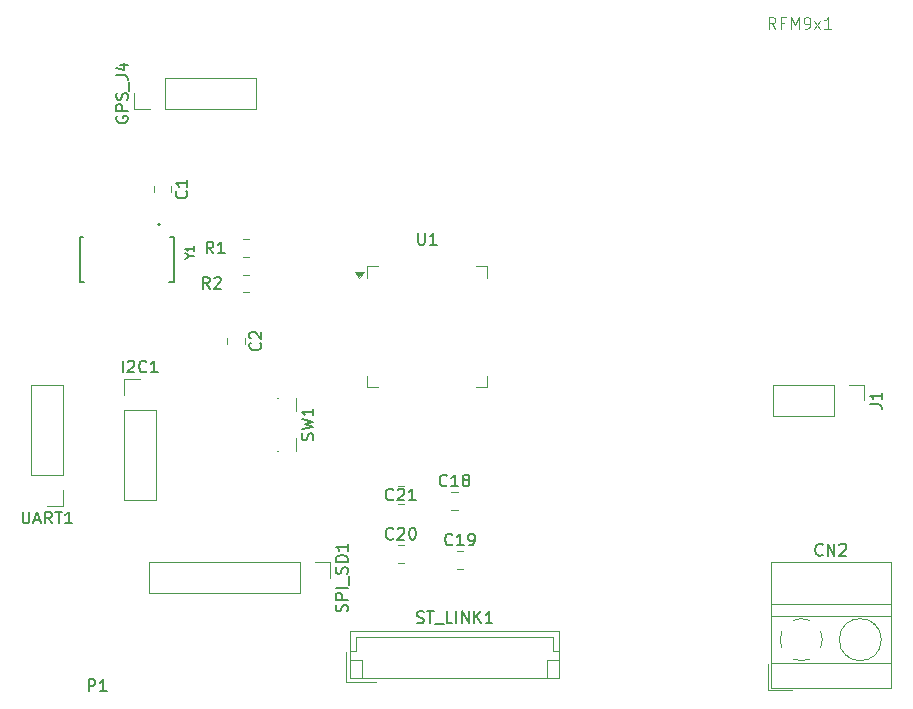
<source format=gbr>
%TF.GenerationSoftware,KiCad,Pcbnew,8.0.8*%
%TF.CreationDate,2025-01-27T11:39:49+01:00*%
%TF.ProjectId,PGE_PCB,5047455f-5043-4422-9e6b-696361645f70,rev?*%
%TF.SameCoordinates,Original*%
%TF.FileFunction,Legend,Top*%
%TF.FilePolarity,Positive*%
%FSLAX46Y46*%
G04 Gerber Fmt 4.6, Leading zero omitted, Abs format (unit mm)*
G04 Created by KiCad (PCBNEW 8.0.8) date 2025-01-27 11:39:49*
%MOMM*%
%LPD*%
G01*
G04 APERTURE LIST*
%ADD10C,0.150000*%
%ADD11C,0.100000*%
%ADD12C,0.120000*%
%ADD13C,0.127000*%
%ADD14C,0.200000*%
G04 APERTURE END LIST*
D10*
X108733333Y-84554819D02*
X108400000Y-84078628D01*
X108161905Y-84554819D02*
X108161905Y-83554819D01*
X108161905Y-83554819D02*
X108542857Y-83554819D01*
X108542857Y-83554819D02*
X108638095Y-83602438D01*
X108638095Y-83602438D02*
X108685714Y-83650057D01*
X108685714Y-83650057D02*
X108733333Y-83745295D01*
X108733333Y-83745295D02*
X108733333Y-83888152D01*
X108733333Y-83888152D02*
X108685714Y-83983390D01*
X108685714Y-83983390D02*
X108638095Y-84031009D01*
X108638095Y-84031009D02*
X108542857Y-84078628D01*
X108542857Y-84078628D02*
X108161905Y-84078628D01*
X109685714Y-84554819D02*
X109114286Y-84554819D01*
X109400000Y-84554819D02*
X109400000Y-83554819D01*
X109400000Y-83554819D02*
X109304762Y-83697676D01*
X109304762Y-83697676D02*
X109209524Y-83792914D01*
X109209524Y-83792914D02*
X109114286Y-83840533D01*
X106439580Y-79266666D02*
X106487200Y-79314285D01*
X106487200Y-79314285D02*
X106534819Y-79457142D01*
X106534819Y-79457142D02*
X106534819Y-79552380D01*
X106534819Y-79552380D02*
X106487200Y-79695237D01*
X106487200Y-79695237D02*
X106391961Y-79790475D01*
X106391961Y-79790475D02*
X106296723Y-79838094D01*
X106296723Y-79838094D02*
X106106247Y-79885713D01*
X106106247Y-79885713D02*
X105963390Y-79885713D01*
X105963390Y-79885713D02*
X105772914Y-79838094D01*
X105772914Y-79838094D02*
X105677676Y-79790475D01*
X105677676Y-79790475D02*
X105582438Y-79695237D01*
X105582438Y-79695237D02*
X105534819Y-79552380D01*
X105534819Y-79552380D02*
X105534819Y-79457142D01*
X105534819Y-79457142D02*
X105582438Y-79314285D01*
X105582438Y-79314285D02*
X105630057Y-79266666D01*
X106534819Y-78314285D02*
X106534819Y-78885713D01*
X106534819Y-78599999D02*
X105534819Y-78599999D01*
X105534819Y-78599999D02*
X105677676Y-78695237D01*
X105677676Y-78695237D02*
X105772914Y-78790475D01*
X105772914Y-78790475D02*
X105820533Y-78885713D01*
X106723916Y-84766123D02*
X107057699Y-84766123D01*
X106356756Y-84999771D02*
X106723916Y-84766123D01*
X106723916Y-84766123D02*
X106356756Y-84532476D01*
X107057699Y-83931668D02*
X107057699Y-84332207D01*
X107057699Y-84131937D02*
X106356756Y-84131937D01*
X106356756Y-84131937D02*
X106456890Y-84198694D01*
X106456890Y-84198694D02*
X106523647Y-84265450D01*
X106523647Y-84265450D02*
X106557025Y-84332207D01*
X123957142Y-105359580D02*
X123909523Y-105407200D01*
X123909523Y-105407200D02*
X123766666Y-105454819D01*
X123766666Y-105454819D02*
X123671428Y-105454819D01*
X123671428Y-105454819D02*
X123528571Y-105407200D01*
X123528571Y-105407200D02*
X123433333Y-105311961D01*
X123433333Y-105311961D02*
X123385714Y-105216723D01*
X123385714Y-105216723D02*
X123338095Y-105026247D01*
X123338095Y-105026247D02*
X123338095Y-104883390D01*
X123338095Y-104883390D02*
X123385714Y-104692914D01*
X123385714Y-104692914D02*
X123433333Y-104597676D01*
X123433333Y-104597676D02*
X123528571Y-104502438D01*
X123528571Y-104502438D02*
X123671428Y-104454819D01*
X123671428Y-104454819D02*
X123766666Y-104454819D01*
X123766666Y-104454819D02*
X123909523Y-104502438D01*
X123909523Y-104502438D02*
X123957142Y-104550057D01*
X124338095Y-104550057D02*
X124385714Y-104502438D01*
X124385714Y-104502438D02*
X124480952Y-104454819D01*
X124480952Y-104454819D02*
X124719047Y-104454819D01*
X124719047Y-104454819D02*
X124814285Y-104502438D01*
X124814285Y-104502438D02*
X124861904Y-104550057D01*
X124861904Y-104550057D02*
X124909523Y-104645295D01*
X124909523Y-104645295D02*
X124909523Y-104740533D01*
X124909523Y-104740533D02*
X124861904Y-104883390D01*
X124861904Y-104883390D02*
X124290476Y-105454819D01*
X124290476Y-105454819D02*
X124909523Y-105454819D01*
X125861904Y-105454819D02*
X125290476Y-105454819D01*
X125576190Y-105454819D02*
X125576190Y-104454819D01*
X125576190Y-104454819D02*
X125480952Y-104597676D01*
X125480952Y-104597676D02*
X125385714Y-104692914D01*
X125385714Y-104692914D02*
X125290476Y-104740533D01*
X108408333Y-87554819D02*
X108075000Y-87078628D01*
X107836905Y-87554819D02*
X107836905Y-86554819D01*
X107836905Y-86554819D02*
X108217857Y-86554819D01*
X108217857Y-86554819D02*
X108313095Y-86602438D01*
X108313095Y-86602438D02*
X108360714Y-86650057D01*
X108360714Y-86650057D02*
X108408333Y-86745295D01*
X108408333Y-86745295D02*
X108408333Y-86888152D01*
X108408333Y-86888152D02*
X108360714Y-86983390D01*
X108360714Y-86983390D02*
X108313095Y-87031009D01*
X108313095Y-87031009D02*
X108217857Y-87078628D01*
X108217857Y-87078628D02*
X107836905Y-87078628D01*
X108789286Y-86650057D02*
X108836905Y-86602438D01*
X108836905Y-86602438D02*
X108932143Y-86554819D01*
X108932143Y-86554819D02*
X109170238Y-86554819D01*
X109170238Y-86554819D02*
X109265476Y-86602438D01*
X109265476Y-86602438D02*
X109313095Y-86650057D01*
X109313095Y-86650057D02*
X109360714Y-86745295D01*
X109360714Y-86745295D02*
X109360714Y-86840533D01*
X109360714Y-86840533D02*
X109313095Y-86983390D01*
X109313095Y-86983390D02*
X108741667Y-87554819D01*
X108741667Y-87554819D02*
X109360714Y-87554819D01*
X128507142Y-104179580D02*
X128459523Y-104227200D01*
X128459523Y-104227200D02*
X128316666Y-104274819D01*
X128316666Y-104274819D02*
X128221428Y-104274819D01*
X128221428Y-104274819D02*
X128078571Y-104227200D01*
X128078571Y-104227200D02*
X127983333Y-104131961D01*
X127983333Y-104131961D02*
X127935714Y-104036723D01*
X127935714Y-104036723D02*
X127888095Y-103846247D01*
X127888095Y-103846247D02*
X127888095Y-103703390D01*
X127888095Y-103703390D02*
X127935714Y-103512914D01*
X127935714Y-103512914D02*
X127983333Y-103417676D01*
X127983333Y-103417676D02*
X128078571Y-103322438D01*
X128078571Y-103322438D02*
X128221428Y-103274819D01*
X128221428Y-103274819D02*
X128316666Y-103274819D01*
X128316666Y-103274819D02*
X128459523Y-103322438D01*
X128459523Y-103322438D02*
X128507142Y-103370057D01*
X129459523Y-104274819D02*
X128888095Y-104274819D01*
X129173809Y-104274819D02*
X129173809Y-103274819D01*
X129173809Y-103274819D02*
X129078571Y-103417676D01*
X129078571Y-103417676D02*
X128983333Y-103512914D01*
X128983333Y-103512914D02*
X128888095Y-103560533D01*
X130030952Y-103703390D02*
X129935714Y-103655771D01*
X129935714Y-103655771D02*
X129888095Y-103608152D01*
X129888095Y-103608152D02*
X129840476Y-103512914D01*
X129840476Y-103512914D02*
X129840476Y-103465295D01*
X129840476Y-103465295D02*
X129888095Y-103370057D01*
X129888095Y-103370057D02*
X129935714Y-103322438D01*
X129935714Y-103322438D02*
X130030952Y-103274819D01*
X130030952Y-103274819D02*
X130221428Y-103274819D01*
X130221428Y-103274819D02*
X130316666Y-103322438D01*
X130316666Y-103322438D02*
X130364285Y-103370057D01*
X130364285Y-103370057D02*
X130411904Y-103465295D01*
X130411904Y-103465295D02*
X130411904Y-103512914D01*
X130411904Y-103512914D02*
X130364285Y-103608152D01*
X130364285Y-103608152D02*
X130316666Y-103655771D01*
X130316666Y-103655771D02*
X130221428Y-103703390D01*
X130221428Y-103703390D02*
X130030952Y-103703390D01*
X130030952Y-103703390D02*
X129935714Y-103751009D01*
X129935714Y-103751009D02*
X129888095Y-103798628D01*
X129888095Y-103798628D02*
X129840476Y-103893866D01*
X129840476Y-103893866D02*
X129840476Y-104084342D01*
X129840476Y-104084342D02*
X129888095Y-104179580D01*
X129888095Y-104179580D02*
X129935714Y-104227200D01*
X129935714Y-104227200D02*
X130030952Y-104274819D01*
X130030952Y-104274819D02*
X130221428Y-104274819D01*
X130221428Y-104274819D02*
X130316666Y-104227200D01*
X130316666Y-104227200D02*
X130364285Y-104179580D01*
X130364285Y-104179580D02*
X130411904Y-104084342D01*
X130411904Y-104084342D02*
X130411904Y-103893866D01*
X130411904Y-103893866D02*
X130364285Y-103798628D01*
X130364285Y-103798628D02*
X130316666Y-103751009D01*
X130316666Y-103751009D02*
X130221428Y-103703390D01*
X125959524Y-115807200D02*
X126102381Y-115854819D01*
X126102381Y-115854819D02*
X126340476Y-115854819D01*
X126340476Y-115854819D02*
X126435714Y-115807200D01*
X126435714Y-115807200D02*
X126483333Y-115759580D01*
X126483333Y-115759580D02*
X126530952Y-115664342D01*
X126530952Y-115664342D02*
X126530952Y-115569104D01*
X126530952Y-115569104D02*
X126483333Y-115473866D01*
X126483333Y-115473866D02*
X126435714Y-115426247D01*
X126435714Y-115426247D02*
X126340476Y-115378628D01*
X126340476Y-115378628D02*
X126150000Y-115331009D01*
X126150000Y-115331009D02*
X126054762Y-115283390D01*
X126054762Y-115283390D02*
X126007143Y-115235771D01*
X126007143Y-115235771D02*
X125959524Y-115140533D01*
X125959524Y-115140533D02*
X125959524Y-115045295D01*
X125959524Y-115045295D02*
X126007143Y-114950057D01*
X126007143Y-114950057D02*
X126054762Y-114902438D01*
X126054762Y-114902438D02*
X126150000Y-114854819D01*
X126150000Y-114854819D02*
X126388095Y-114854819D01*
X126388095Y-114854819D02*
X126530952Y-114902438D01*
X126816667Y-114854819D02*
X127388095Y-114854819D01*
X127102381Y-115854819D02*
X127102381Y-114854819D01*
X127483334Y-115950057D02*
X128245238Y-115950057D01*
X128959524Y-115854819D02*
X128483334Y-115854819D01*
X128483334Y-115854819D02*
X128483334Y-114854819D01*
X129292858Y-115854819D02*
X129292858Y-114854819D01*
X129769048Y-115854819D02*
X129769048Y-114854819D01*
X129769048Y-114854819D02*
X130340476Y-115854819D01*
X130340476Y-115854819D02*
X130340476Y-114854819D01*
X130816667Y-115854819D02*
X130816667Y-114854819D01*
X131388095Y-115854819D02*
X130959524Y-115283390D01*
X131388095Y-114854819D02*
X130816667Y-115426247D01*
X132340476Y-115854819D02*
X131769048Y-115854819D01*
X132054762Y-115854819D02*
X132054762Y-114854819D01*
X132054762Y-114854819D02*
X131959524Y-114997676D01*
X131959524Y-114997676D02*
X131864286Y-115092914D01*
X131864286Y-115092914D02*
X131769048Y-115140533D01*
X128957142Y-109179580D02*
X128909523Y-109227200D01*
X128909523Y-109227200D02*
X128766666Y-109274819D01*
X128766666Y-109274819D02*
X128671428Y-109274819D01*
X128671428Y-109274819D02*
X128528571Y-109227200D01*
X128528571Y-109227200D02*
X128433333Y-109131961D01*
X128433333Y-109131961D02*
X128385714Y-109036723D01*
X128385714Y-109036723D02*
X128338095Y-108846247D01*
X128338095Y-108846247D02*
X128338095Y-108703390D01*
X128338095Y-108703390D02*
X128385714Y-108512914D01*
X128385714Y-108512914D02*
X128433333Y-108417676D01*
X128433333Y-108417676D02*
X128528571Y-108322438D01*
X128528571Y-108322438D02*
X128671428Y-108274819D01*
X128671428Y-108274819D02*
X128766666Y-108274819D01*
X128766666Y-108274819D02*
X128909523Y-108322438D01*
X128909523Y-108322438D02*
X128957142Y-108370057D01*
X129909523Y-109274819D02*
X129338095Y-109274819D01*
X129623809Y-109274819D02*
X129623809Y-108274819D01*
X129623809Y-108274819D02*
X129528571Y-108417676D01*
X129528571Y-108417676D02*
X129433333Y-108512914D01*
X129433333Y-108512914D02*
X129338095Y-108560533D01*
X130385714Y-109274819D02*
X130576190Y-109274819D01*
X130576190Y-109274819D02*
X130671428Y-109227200D01*
X130671428Y-109227200D02*
X130719047Y-109179580D01*
X130719047Y-109179580D02*
X130814285Y-109036723D01*
X130814285Y-109036723D02*
X130861904Y-108846247D01*
X130861904Y-108846247D02*
X130861904Y-108465295D01*
X130861904Y-108465295D02*
X130814285Y-108370057D01*
X130814285Y-108370057D02*
X130766666Y-108322438D01*
X130766666Y-108322438D02*
X130671428Y-108274819D01*
X130671428Y-108274819D02*
X130480952Y-108274819D01*
X130480952Y-108274819D02*
X130385714Y-108322438D01*
X130385714Y-108322438D02*
X130338095Y-108370057D01*
X130338095Y-108370057D02*
X130290476Y-108465295D01*
X130290476Y-108465295D02*
X130290476Y-108703390D01*
X130290476Y-108703390D02*
X130338095Y-108798628D01*
X130338095Y-108798628D02*
X130385714Y-108846247D01*
X130385714Y-108846247D02*
X130480952Y-108893866D01*
X130480952Y-108893866D02*
X130671428Y-108893866D01*
X130671428Y-108893866D02*
X130766666Y-108846247D01*
X130766666Y-108846247D02*
X130814285Y-108798628D01*
X130814285Y-108798628D02*
X130861904Y-108703390D01*
X100552438Y-72952381D02*
X100504819Y-73047619D01*
X100504819Y-73047619D02*
X100504819Y-73190476D01*
X100504819Y-73190476D02*
X100552438Y-73333333D01*
X100552438Y-73333333D02*
X100647676Y-73428571D01*
X100647676Y-73428571D02*
X100742914Y-73476190D01*
X100742914Y-73476190D02*
X100933390Y-73523809D01*
X100933390Y-73523809D02*
X101076247Y-73523809D01*
X101076247Y-73523809D02*
X101266723Y-73476190D01*
X101266723Y-73476190D02*
X101361961Y-73428571D01*
X101361961Y-73428571D02*
X101457200Y-73333333D01*
X101457200Y-73333333D02*
X101504819Y-73190476D01*
X101504819Y-73190476D02*
X101504819Y-73095238D01*
X101504819Y-73095238D02*
X101457200Y-72952381D01*
X101457200Y-72952381D02*
X101409580Y-72904762D01*
X101409580Y-72904762D02*
X101076247Y-72904762D01*
X101076247Y-72904762D02*
X101076247Y-73095238D01*
X101504819Y-72476190D02*
X100504819Y-72476190D01*
X100504819Y-72476190D02*
X100504819Y-72095238D01*
X100504819Y-72095238D02*
X100552438Y-72000000D01*
X100552438Y-72000000D02*
X100600057Y-71952381D01*
X100600057Y-71952381D02*
X100695295Y-71904762D01*
X100695295Y-71904762D02*
X100838152Y-71904762D01*
X100838152Y-71904762D02*
X100933390Y-71952381D01*
X100933390Y-71952381D02*
X100981009Y-72000000D01*
X100981009Y-72000000D02*
X101028628Y-72095238D01*
X101028628Y-72095238D02*
X101028628Y-72476190D01*
X101457200Y-71523809D02*
X101504819Y-71380952D01*
X101504819Y-71380952D02*
X101504819Y-71142857D01*
X101504819Y-71142857D02*
X101457200Y-71047619D01*
X101457200Y-71047619D02*
X101409580Y-71000000D01*
X101409580Y-71000000D02*
X101314342Y-70952381D01*
X101314342Y-70952381D02*
X101219104Y-70952381D01*
X101219104Y-70952381D02*
X101123866Y-71000000D01*
X101123866Y-71000000D02*
X101076247Y-71047619D01*
X101076247Y-71047619D02*
X101028628Y-71142857D01*
X101028628Y-71142857D02*
X100981009Y-71333333D01*
X100981009Y-71333333D02*
X100933390Y-71428571D01*
X100933390Y-71428571D02*
X100885771Y-71476190D01*
X100885771Y-71476190D02*
X100790533Y-71523809D01*
X100790533Y-71523809D02*
X100695295Y-71523809D01*
X100695295Y-71523809D02*
X100600057Y-71476190D01*
X100600057Y-71476190D02*
X100552438Y-71428571D01*
X100552438Y-71428571D02*
X100504819Y-71333333D01*
X100504819Y-71333333D02*
X100504819Y-71095238D01*
X100504819Y-71095238D02*
X100552438Y-70952381D01*
X101600057Y-70761905D02*
X101600057Y-70000000D01*
X100504819Y-69476190D02*
X101219104Y-69476190D01*
X101219104Y-69476190D02*
X101361961Y-69523809D01*
X101361961Y-69523809D02*
X101457200Y-69619047D01*
X101457200Y-69619047D02*
X101504819Y-69761904D01*
X101504819Y-69761904D02*
X101504819Y-69857142D01*
X100838152Y-68571428D02*
X101504819Y-68571428D01*
X100457200Y-68809523D02*
X101171485Y-69047618D01*
X101171485Y-69047618D02*
X101171485Y-68428571D01*
D11*
X156317838Y-65527529D02*
X155984505Y-65051338D01*
X155746410Y-65527529D02*
X155746410Y-64527529D01*
X155746410Y-64527529D02*
X156127362Y-64527529D01*
X156127362Y-64527529D02*
X156222600Y-64575148D01*
X156222600Y-64575148D02*
X156270219Y-64622767D01*
X156270219Y-64622767D02*
X156317838Y-64718005D01*
X156317838Y-64718005D02*
X156317838Y-64860862D01*
X156317838Y-64860862D02*
X156270219Y-64956100D01*
X156270219Y-64956100D02*
X156222600Y-65003719D01*
X156222600Y-65003719D02*
X156127362Y-65051338D01*
X156127362Y-65051338D02*
X155746410Y-65051338D01*
X157079743Y-65003719D02*
X156746410Y-65003719D01*
X156746410Y-65527529D02*
X156746410Y-64527529D01*
X156746410Y-64527529D02*
X157222600Y-64527529D01*
X157603553Y-65527529D02*
X157603553Y-64527529D01*
X157603553Y-64527529D02*
X157936886Y-65241814D01*
X157936886Y-65241814D02*
X158270219Y-64527529D01*
X158270219Y-64527529D02*
X158270219Y-65527529D01*
X158794029Y-65527529D02*
X158984505Y-65527529D01*
X158984505Y-65527529D02*
X159079743Y-65479910D01*
X159079743Y-65479910D02*
X159127362Y-65432290D01*
X159127362Y-65432290D02*
X159222600Y-65289433D01*
X159222600Y-65289433D02*
X159270219Y-65098957D01*
X159270219Y-65098957D02*
X159270219Y-64718005D01*
X159270219Y-64718005D02*
X159222600Y-64622767D01*
X159222600Y-64622767D02*
X159174981Y-64575148D01*
X159174981Y-64575148D02*
X159079743Y-64527529D01*
X159079743Y-64527529D02*
X158889267Y-64527529D01*
X158889267Y-64527529D02*
X158794029Y-64575148D01*
X158794029Y-64575148D02*
X158746410Y-64622767D01*
X158746410Y-64622767D02*
X158698791Y-64718005D01*
X158698791Y-64718005D02*
X158698791Y-64956100D01*
X158698791Y-64956100D02*
X158746410Y-65051338D01*
X158746410Y-65051338D02*
X158794029Y-65098957D01*
X158794029Y-65098957D02*
X158889267Y-65146576D01*
X158889267Y-65146576D02*
X159079743Y-65146576D01*
X159079743Y-65146576D02*
X159174981Y-65098957D01*
X159174981Y-65098957D02*
X159222600Y-65051338D01*
X159222600Y-65051338D02*
X159270219Y-64956100D01*
X159603553Y-65527529D02*
X160127362Y-64860862D01*
X159603553Y-64860862D02*
X160127362Y-65527529D01*
X161032124Y-65527529D02*
X160460696Y-65527529D01*
X160746410Y-65527529D02*
X160746410Y-64527529D01*
X160746410Y-64527529D02*
X160651172Y-64670386D01*
X160651172Y-64670386D02*
X160555934Y-64765624D01*
X160555934Y-64765624D02*
X160460696Y-64813243D01*
D10*
X112689580Y-92116666D02*
X112737200Y-92164285D01*
X112737200Y-92164285D02*
X112784819Y-92307142D01*
X112784819Y-92307142D02*
X112784819Y-92402380D01*
X112784819Y-92402380D02*
X112737200Y-92545237D01*
X112737200Y-92545237D02*
X112641961Y-92640475D01*
X112641961Y-92640475D02*
X112546723Y-92688094D01*
X112546723Y-92688094D02*
X112356247Y-92735713D01*
X112356247Y-92735713D02*
X112213390Y-92735713D01*
X112213390Y-92735713D02*
X112022914Y-92688094D01*
X112022914Y-92688094D02*
X111927676Y-92640475D01*
X111927676Y-92640475D02*
X111832438Y-92545237D01*
X111832438Y-92545237D02*
X111784819Y-92402380D01*
X111784819Y-92402380D02*
X111784819Y-92307142D01*
X111784819Y-92307142D02*
X111832438Y-92164285D01*
X111832438Y-92164285D02*
X111880057Y-92116666D01*
X111880057Y-91735713D02*
X111832438Y-91688094D01*
X111832438Y-91688094D02*
X111784819Y-91592856D01*
X111784819Y-91592856D02*
X111784819Y-91354761D01*
X111784819Y-91354761D02*
X111832438Y-91259523D01*
X111832438Y-91259523D02*
X111880057Y-91211904D01*
X111880057Y-91211904D02*
X111975295Y-91164285D01*
X111975295Y-91164285D02*
X112070533Y-91164285D01*
X112070533Y-91164285D02*
X112213390Y-91211904D01*
X112213390Y-91211904D02*
X112784819Y-91783332D01*
X112784819Y-91783332D02*
X112784819Y-91164285D01*
X123957142Y-108679580D02*
X123909523Y-108727200D01*
X123909523Y-108727200D02*
X123766666Y-108774819D01*
X123766666Y-108774819D02*
X123671428Y-108774819D01*
X123671428Y-108774819D02*
X123528571Y-108727200D01*
X123528571Y-108727200D02*
X123433333Y-108631961D01*
X123433333Y-108631961D02*
X123385714Y-108536723D01*
X123385714Y-108536723D02*
X123338095Y-108346247D01*
X123338095Y-108346247D02*
X123338095Y-108203390D01*
X123338095Y-108203390D02*
X123385714Y-108012914D01*
X123385714Y-108012914D02*
X123433333Y-107917676D01*
X123433333Y-107917676D02*
X123528571Y-107822438D01*
X123528571Y-107822438D02*
X123671428Y-107774819D01*
X123671428Y-107774819D02*
X123766666Y-107774819D01*
X123766666Y-107774819D02*
X123909523Y-107822438D01*
X123909523Y-107822438D02*
X123957142Y-107870057D01*
X124338095Y-107870057D02*
X124385714Y-107822438D01*
X124385714Y-107822438D02*
X124480952Y-107774819D01*
X124480952Y-107774819D02*
X124719047Y-107774819D01*
X124719047Y-107774819D02*
X124814285Y-107822438D01*
X124814285Y-107822438D02*
X124861904Y-107870057D01*
X124861904Y-107870057D02*
X124909523Y-107965295D01*
X124909523Y-107965295D02*
X124909523Y-108060533D01*
X124909523Y-108060533D02*
X124861904Y-108203390D01*
X124861904Y-108203390D02*
X124290476Y-108774819D01*
X124290476Y-108774819D02*
X124909523Y-108774819D01*
X125528571Y-107774819D02*
X125623809Y-107774819D01*
X125623809Y-107774819D02*
X125719047Y-107822438D01*
X125719047Y-107822438D02*
X125766666Y-107870057D01*
X125766666Y-107870057D02*
X125814285Y-107965295D01*
X125814285Y-107965295D02*
X125861904Y-108155771D01*
X125861904Y-108155771D02*
X125861904Y-108393866D01*
X125861904Y-108393866D02*
X125814285Y-108584342D01*
X125814285Y-108584342D02*
X125766666Y-108679580D01*
X125766666Y-108679580D02*
X125719047Y-108727200D01*
X125719047Y-108727200D02*
X125623809Y-108774819D01*
X125623809Y-108774819D02*
X125528571Y-108774819D01*
X125528571Y-108774819D02*
X125433333Y-108727200D01*
X125433333Y-108727200D02*
X125385714Y-108679580D01*
X125385714Y-108679580D02*
X125338095Y-108584342D01*
X125338095Y-108584342D02*
X125290476Y-108393866D01*
X125290476Y-108393866D02*
X125290476Y-108155771D01*
X125290476Y-108155771D02*
X125338095Y-107965295D01*
X125338095Y-107965295D02*
X125385714Y-107870057D01*
X125385714Y-107870057D02*
X125433333Y-107822438D01*
X125433333Y-107822438D02*
X125528571Y-107774819D01*
X164309819Y-97333333D02*
X165024104Y-97333333D01*
X165024104Y-97333333D02*
X165166961Y-97380952D01*
X165166961Y-97380952D02*
X165262200Y-97476190D01*
X165262200Y-97476190D02*
X165309819Y-97619047D01*
X165309819Y-97619047D02*
X165309819Y-97714285D01*
X165309819Y-96333333D02*
X165309819Y-96904761D01*
X165309819Y-96619047D02*
X164309819Y-96619047D01*
X164309819Y-96619047D02*
X164452676Y-96714285D01*
X164452676Y-96714285D02*
X164547914Y-96809523D01*
X164547914Y-96809523D02*
X164595533Y-96904761D01*
X120047200Y-114857142D02*
X120094819Y-114714285D01*
X120094819Y-114714285D02*
X120094819Y-114476190D01*
X120094819Y-114476190D02*
X120047200Y-114380952D01*
X120047200Y-114380952D02*
X119999580Y-114333333D01*
X119999580Y-114333333D02*
X119904342Y-114285714D01*
X119904342Y-114285714D02*
X119809104Y-114285714D01*
X119809104Y-114285714D02*
X119713866Y-114333333D01*
X119713866Y-114333333D02*
X119666247Y-114380952D01*
X119666247Y-114380952D02*
X119618628Y-114476190D01*
X119618628Y-114476190D02*
X119571009Y-114666666D01*
X119571009Y-114666666D02*
X119523390Y-114761904D01*
X119523390Y-114761904D02*
X119475771Y-114809523D01*
X119475771Y-114809523D02*
X119380533Y-114857142D01*
X119380533Y-114857142D02*
X119285295Y-114857142D01*
X119285295Y-114857142D02*
X119190057Y-114809523D01*
X119190057Y-114809523D02*
X119142438Y-114761904D01*
X119142438Y-114761904D02*
X119094819Y-114666666D01*
X119094819Y-114666666D02*
X119094819Y-114428571D01*
X119094819Y-114428571D02*
X119142438Y-114285714D01*
X120094819Y-113857142D02*
X119094819Y-113857142D01*
X119094819Y-113857142D02*
X119094819Y-113476190D01*
X119094819Y-113476190D02*
X119142438Y-113380952D01*
X119142438Y-113380952D02*
X119190057Y-113333333D01*
X119190057Y-113333333D02*
X119285295Y-113285714D01*
X119285295Y-113285714D02*
X119428152Y-113285714D01*
X119428152Y-113285714D02*
X119523390Y-113333333D01*
X119523390Y-113333333D02*
X119571009Y-113380952D01*
X119571009Y-113380952D02*
X119618628Y-113476190D01*
X119618628Y-113476190D02*
X119618628Y-113857142D01*
X120094819Y-112857142D02*
X119094819Y-112857142D01*
X120190057Y-112619048D02*
X120190057Y-111857143D01*
X120047200Y-111666666D02*
X120094819Y-111523809D01*
X120094819Y-111523809D02*
X120094819Y-111285714D01*
X120094819Y-111285714D02*
X120047200Y-111190476D01*
X120047200Y-111190476D02*
X119999580Y-111142857D01*
X119999580Y-111142857D02*
X119904342Y-111095238D01*
X119904342Y-111095238D02*
X119809104Y-111095238D01*
X119809104Y-111095238D02*
X119713866Y-111142857D01*
X119713866Y-111142857D02*
X119666247Y-111190476D01*
X119666247Y-111190476D02*
X119618628Y-111285714D01*
X119618628Y-111285714D02*
X119571009Y-111476190D01*
X119571009Y-111476190D02*
X119523390Y-111571428D01*
X119523390Y-111571428D02*
X119475771Y-111619047D01*
X119475771Y-111619047D02*
X119380533Y-111666666D01*
X119380533Y-111666666D02*
X119285295Y-111666666D01*
X119285295Y-111666666D02*
X119190057Y-111619047D01*
X119190057Y-111619047D02*
X119142438Y-111571428D01*
X119142438Y-111571428D02*
X119094819Y-111476190D01*
X119094819Y-111476190D02*
X119094819Y-111238095D01*
X119094819Y-111238095D02*
X119142438Y-111095238D01*
X120094819Y-110666666D02*
X119094819Y-110666666D01*
X119094819Y-110666666D02*
X119094819Y-110428571D01*
X119094819Y-110428571D02*
X119142438Y-110285714D01*
X119142438Y-110285714D02*
X119237676Y-110190476D01*
X119237676Y-110190476D02*
X119332914Y-110142857D01*
X119332914Y-110142857D02*
X119523390Y-110095238D01*
X119523390Y-110095238D02*
X119666247Y-110095238D01*
X119666247Y-110095238D02*
X119856723Y-110142857D01*
X119856723Y-110142857D02*
X119951961Y-110190476D01*
X119951961Y-110190476D02*
X120047200Y-110285714D01*
X120047200Y-110285714D02*
X120094819Y-110428571D01*
X120094819Y-110428571D02*
X120094819Y-110666666D01*
X120094819Y-109142857D02*
X120094819Y-109714285D01*
X120094819Y-109428571D02*
X119094819Y-109428571D01*
X119094819Y-109428571D02*
X119237676Y-109523809D01*
X119237676Y-109523809D02*
X119332914Y-109619047D01*
X119332914Y-109619047D02*
X119380533Y-109714285D01*
X98161905Y-121614819D02*
X98161905Y-120614819D01*
X98161905Y-120614819D02*
X98542857Y-120614819D01*
X98542857Y-120614819D02*
X98638095Y-120662438D01*
X98638095Y-120662438D02*
X98685714Y-120710057D01*
X98685714Y-120710057D02*
X98733333Y-120805295D01*
X98733333Y-120805295D02*
X98733333Y-120948152D01*
X98733333Y-120948152D02*
X98685714Y-121043390D01*
X98685714Y-121043390D02*
X98638095Y-121091009D01*
X98638095Y-121091009D02*
X98542857Y-121138628D01*
X98542857Y-121138628D02*
X98161905Y-121138628D01*
X99685714Y-121614819D02*
X99114286Y-121614819D01*
X99400000Y-121614819D02*
X99400000Y-120614819D01*
X99400000Y-120614819D02*
X99304762Y-120757676D01*
X99304762Y-120757676D02*
X99209524Y-120852914D01*
X99209524Y-120852914D02*
X99114286Y-120900533D01*
X117157200Y-100358332D02*
X117204819Y-100215475D01*
X117204819Y-100215475D02*
X117204819Y-99977380D01*
X117204819Y-99977380D02*
X117157200Y-99882142D01*
X117157200Y-99882142D02*
X117109580Y-99834523D01*
X117109580Y-99834523D02*
X117014342Y-99786904D01*
X117014342Y-99786904D02*
X116919104Y-99786904D01*
X116919104Y-99786904D02*
X116823866Y-99834523D01*
X116823866Y-99834523D02*
X116776247Y-99882142D01*
X116776247Y-99882142D02*
X116728628Y-99977380D01*
X116728628Y-99977380D02*
X116681009Y-100167856D01*
X116681009Y-100167856D02*
X116633390Y-100263094D01*
X116633390Y-100263094D02*
X116585771Y-100310713D01*
X116585771Y-100310713D02*
X116490533Y-100358332D01*
X116490533Y-100358332D02*
X116395295Y-100358332D01*
X116395295Y-100358332D02*
X116300057Y-100310713D01*
X116300057Y-100310713D02*
X116252438Y-100263094D01*
X116252438Y-100263094D02*
X116204819Y-100167856D01*
X116204819Y-100167856D02*
X116204819Y-99929761D01*
X116204819Y-99929761D02*
X116252438Y-99786904D01*
X116204819Y-99453570D02*
X117204819Y-99215475D01*
X117204819Y-99215475D02*
X116490533Y-99024999D01*
X116490533Y-99024999D02*
X117204819Y-98834523D01*
X117204819Y-98834523D02*
X116204819Y-98596428D01*
X117204819Y-97691666D02*
X117204819Y-98263094D01*
X117204819Y-97977380D02*
X116204819Y-97977380D01*
X116204819Y-97977380D02*
X116347676Y-98072618D01*
X116347676Y-98072618D02*
X116442914Y-98167856D01*
X116442914Y-98167856D02*
X116490533Y-98263094D01*
X160309523Y-110049580D02*
X160261904Y-110097200D01*
X160261904Y-110097200D02*
X160119047Y-110144819D01*
X160119047Y-110144819D02*
X160023809Y-110144819D01*
X160023809Y-110144819D02*
X159880952Y-110097200D01*
X159880952Y-110097200D02*
X159785714Y-110001961D01*
X159785714Y-110001961D02*
X159738095Y-109906723D01*
X159738095Y-109906723D02*
X159690476Y-109716247D01*
X159690476Y-109716247D02*
X159690476Y-109573390D01*
X159690476Y-109573390D02*
X159738095Y-109382914D01*
X159738095Y-109382914D02*
X159785714Y-109287676D01*
X159785714Y-109287676D02*
X159880952Y-109192438D01*
X159880952Y-109192438D02*
X160023809Y-109144819D01*
X160023809Y-109144819D02*
X160119047Y-109144819D01*
X160119047Y-109144819D02*
X160261904Y-109192438D01*
X160261904Y-109192438D02*
X160309523Y-109240057D01*
X160738095Y-110144819D02*
X160738095Y-109144819D01*
X160738095Y-109144819D02*
X161309523Y-110144819D01*
X161309523Y-110144819D02*
X161309523Y-109144819D01*
X161738095Y-109240057D02*
X161785714Y-109192438D01*
X161785714Y-109192438D02*
X161880952Y-109144819D01*
X161880952Y-109144819D02*
X162119047Y-109144819D01*
X162119047Y-109144819D02*
X162214285Y-109192438D01*
X162214285Y-109192438D02*
X162261904Y-109240057D01*
X162261904Y-109240057D02*
X162309523Y-109335295D01*
X162309523Y-109335295D02*
X162309523Y-109430533D01*
X162309523Y-109430533D02*
X162261904Y-109573390D01*
X162261904Y-109573390D02*
X161690476Y-110144819D01*
X161690476Y-110144819D02*
X162309523Y-110144819D01*
X126063095Y-82804819D02*
X126063095Y-83614342D01*
X126063095Y-83614342D02*
X126110714Y-83709580D01*
X126110714Y-83709580D02*
X126158333Y-83757200D01*
X126158333Y-83757200D02*
X126253571Y-83804819D01*
X126253571Y-83804819D02*
X126444047Y-83804819D01*
X126444047Y-83804819D02*
X126539285Y-83757200D01*
X126539285Y-83757200D02*
X126586904Y-83709580D01*
X126586904Y-83709580D02*
X126634523Y-83614342D01*
X126634523Y-83614342D02*
X126634523Y-82804819D01*
X127634523Y-83804819D02*
X127063095Y-83804819D01*
X127348809Y-83804819D02*
X127348809Y-82804819D01*
X127348809Y-82804819D02*
X127253571Y-82947676D01*
X127253571Y-82947676D02*
X127158333Y-83042914D01*
X127158333Y-83042914D02*
X127063095Y-83090533D01*
X92578571Y-106404819D02*
X92578571Y-107214342D01*
X92578571Y-107214342D02*
X92626190Y-107309580D01*
X92626190Y-107309580D02*
X92673809Y-107357200D01*
X92673809Y-107357200D02*
X92769047Y-107404819D01*
X92769047Y-107404819D02*
X92959523Y-107404819D01*
X92959523Y-107404819D02*
X93054761Y-107357200D01*
X93054761Y-107357200D02*
X93102380Y-107309580D01*
X93102380Y-107309580D02*
X93149999Y-107214342D01*
X93149999Y-107214342D02*
X93149999Y-106404819D01*
X93578571Y-107119104D02*
X94054761Y-107119104D01*
X93483333Y-107404819D02*
X93816666Y-106404819D01*
X93816666Y-106404819D02*
X94149999Y-107404819D01*
X95054761Y-107404819D02*
X94721428Y-106928628D01*
X94483333Y-107404819D02*
X94483333Y-106404819D01*
X94483333Y-106404819D02*
X94864285Y-106404819D01*
X94864285Y-106404819D02*
X94959523Y-106452438D01*
X94959523Y-106452438D02*
X95007142Y-106500057D01*
X95007142Y-106500057D02*
X95054761Y-106595295D01*
X95054761Y-106595295D02*
X95054761Y-106738152D01*
X95054761Y-106738152D02*
X95007142Y-106833390D01*
X95007142Y-106833390D02*
X94959523Y-106881009D01*
X94959523Y-106881009D02*
X94864285Y-106928628D01*
X94864285Y-106928628D02*
X94483333Y-106928628D01*
X95340476Y-106404819D02*
X95911904Y-106404819D01*
X95626190Y-107404819D02*
X95626190Y-106404819D01*
X96769047Y-107404819D02*
X96197619Y-107404819D01*
X96483333Y-107404819D02*
X96483333Y-106404819D01*
X96483333Y-106404819D02*
X96388095Y-106547676D01*
X96388095Y-106547676D02*
X96292857Y-106642914D01*
X96292857Y-106642914D02*
X96197619Y-106690533D01*
X101047619Y-94624819D02*
X101047619Y-93624819D01*
X101476190Y-93720057D02*
X101523809Y-93672438D01*
X101523809Y-93672438D02*
X101619047Y-93624819D01*
X101619047Y-93624819D02*
X101857142Y-93624819D01*
X101857142Y-93624819D02*
X101952380Y-93672438D01*
X101952380Y-93672438D02*
X101999999Y-93720057D01*
X101999999Y-93720057D02*
X102047618Y-93815295D01*
X102047618Y-93815295D02*
X102047618Y-93910533D01*
X102047618Y-93910533D02*
X101999999Y-94053390D01*
X101999999Y-94053390D02*
X101428571Y-94624819D01*
X101428571Y-94624819D02*
X102047618Y-94624819D01*
X103047618Y-94529580D02*
X102999999Y-94577200D01*
X102999999Y-94577200D02*
X102857142Y-94624819D01*
X102857142Y-94624819D02*
X102761904Y-94624819D01*
X102761904Y-94624819D02*
X102619047Y-94577200D01*
X102619047Y-94577200D02*
X102523809Y-94481961D01*
X102523809Y-94481961D02*
X102476190Y-94386723D01*
X102476190Y-94386723D02*
X102428571Y-94196247D01*
X102428571Y-94196247D02*
X102428571Y-94053390D01*
X102428571Y-94053390D02*
X102476190Y-93862914D01*
X102476190Y-93862914D02*
X102523809Y-93767676D01*
X102523809Y-93767676D02*
X102619047Y-93672438D01*
X102619047Y-93672438D02*
X102761904Y-93624819D01*
X102761904Y-93624819D02*
X102857142Y-93624819D01*
X102857142Y-93624819D02*
X102999999Y-93672438D01*
X102999999Y-93672438D02*
X103047618Y-93720057D01*
X103999999Y-94624819D02*
X103428571Y-94624819D01*
X103714285Y-94624819D02*
X103714285Y-93624819D01*
X103714285Y-93624819D02*
X103619047Y-93767676D01*
X103619047Y-93767676D02*
X103523809Y-93862914D01*
X103523809Y-93862914D02*
X103428571Y-93910533D01*
D12*
%TO.C,R1*%
X111260436Y-83365000D02*
X111714564Y-83365000D01*
X111260436Y-84835000D02*
X111714564Y-84835000D01*
%TO.C,C1*%
X103665000Y-78838748D02*
X103665000Y-79361252D01*
X105135000Y-78838748D02*
X105135000Y-79361252D01*
D13*
%TO.C,Y1*%
X97400000Y-83200000D02*
X97700000Y-83200000D01*
X97400000Y-87000000D02*
X97400000Y-83200000D01*
X97750000Y-87000000D02*
X97400000Y-87000000D01*
X105000000Y-87000000D02*
X105400000Y-87000000D01*
X105400000Y-83200000D02*
X105050000Y-83200000D01*
X105400000Y-87000000D02*
X105400000Y-83200000D01*
D14*
X104250000Y-82100000D02*
G75*
G02*
X104050000Y-82100000I-100000J0D01*
G01*
X104050000Y-82100000D02*
G75*
G02*
X104250000Y-82100000I100000J0D01*
G01*
D12*
%TO.C,C21*%
X124338748Y-104265000D02*
X124861252Y-104265000D01*
X124338748Y-105735000D02*
X124861252Y-105735000D01*
%TO.C,R2*%
X111260436Y-86365000D02*
X111714564Y-86365000D01*
X111260436Y-87835000D02*
X111714564Y-87835000D01*
%TO.C,C18*%
X128888748Y-104765000D02*
X129411252Y-104765000D01*
X128888748Y-106235000D02*
X129411252Y-106235000D01*
%TO.C,ST_LINK1*%
X119990000Y-118310000D02*
X119990000Y-120810000D01*
X119990000Y-120810000D02*
X122490000Y-120810000D01*
X120290000Y-116490000D02*
X120290000Y-120510000D01*
X120290000Y-118200000D02*
X120790000Y-118200000D01*
X120290000Y-119010000D02*
X121290000Y-119010000D01*
X120290000Y-120510000D02*
X138010000Y-120510000D01*
X120790000Y-116990000D02*
X137510000Y-116990000D01*
X120790000Y-118200000D02*
X120790000Y-116990000D01*
X121290000Y-119010000D02*
X121290000Y-120510000D01*
X137010000Y-119010000D02*
X137010000Y-120510000D01*
X137510000Y-116990000D02*
X137510000Y-118200000D01*
X137510000Y-118200000D02*
X138010000Y-118200000D01*
X138010000Y-116490000D02*
X120290000Y-116490000D01*
X138010000Y-119010000D02*
X137010000Y-119010000D01*
X138010000Y-120510000D02*
X138010000Y-116490000D01*
%TO.C,C19*%
X129338748Y-109765000D02*
X129861252Y-109765000D01*
X129338748Y-111235000D02*
X129861252Y-111235000D01*
%TO.C,GPS_J4*%
X102050000Y-72330000D02*
X102050000Y-71000000D01*
X103380000Y-72330000D02*
X102050000Y-72330000D01*
X104650000Y-69670000D02*
X112330000Y-69670000D01*
X104650000Y-72330000D02*
X104650000Y-69670000D01*
X104650000Y-72330000D02*
X112330000Y-72330000D01*
X112330000Y-72330000D02*
X112330000Y-69670000D01*
%TO.C,C2*%
X109915000Y-91688748D02*
X109915000Y-92211252D01*
X111385000Y-91688748D02*
X111385000Y-92211252D01*
%TO.C,C20*%
X124338748Y-109265000D02*
X124861252Y-109265000D01*
X124338748Y-110735000D02*
X124861252Y-110735000D01*
%TO.C,J1*%
X156115000Y-95670000D02*
X156115000Y-98330000D01*
X161255000Y-95670000D02*
X156115000Y-95670000D01*
X161255000Y-95670000D02*
X161255000Y-98330000D01*
X161255000Y-98330000D02*
X156115000Y-98330000D01*
X162525000Y-95670000D02*
X163855000Y-95670000D01*
X163855000Y-95670000D02*
X163855000Y-97000000D01*
%TO.C,SPI_SD1*%
X103280000Y-110670000D02*
X103280000Y-113330000D01*
X116040000Y-110670000D02*
X103280000Y-110670000D01*
X116040000Y-110670000D02*
X116040000Y-113330000D01*
X116040000Y-113330000D02*
X103280000Y-113330000D01*
X117310000Y-110670000D02*
X118640000Y-110670000D01*
X118640000Y-110670000D02*
X118640000Y-112000000D01*
%TO.C,SW1*%
X114190000Y-96815000D02*
X114110000Y-96815000D01*
X114190000Y-101235000D02*
X114110000Y-101235000D01*
X115710000Y-96815000D02*
X115710000Y-97915000D01*
X115710000Y-100135000D02*
X115710000Y-101235000D01*
%TO.C,CN2*%
X155700000Y-119310000D02*
X155700000Y-121550000D01*
X155700000Y-121550000D02*
X157700000Y-121550000D01*
X155940000Y-110690000D02*
X155940000Y-121310000D01*
X155940000Y-110690000D02*
X166060000Y-110690000D01*
X155940000Y-114250000D02*
X166060000Y-114250000D01*
X155940000Y-115250000D02*
X166060000Y-115250000D01*
X155940000Y-119250000D02*
X166060000Y-119250000D01*
X155940000Y-121310000D02*
X166060000Y-121310000D01*
X162200000Y-118333000D02*
X162150000Y-118383000D01*
X162392000Y-118575000D02*
X162368000Y-118600000D01*
X164633000Y-115900000D02*
X164608000Y-115924000D01*
X164850000Y-116117000D02*
X164801000Y-116167000D01*
X166060000Y-110690000D02*
X166060000Y-121310000D01*
X156860794Y-117945516D02*
G75*
G02*
X156861000Y-116554000I1639201J695515D01*
G01*
X157804484Y-115610794D02*
G75*
G02*
X159196000Y-115611000I695515J-1639201D01*
G01*
X158530814Y-119030390D02*
G75*
G02*
X157804000Y-118889000I-30816J1780376D01*
G01*
X159195501Y-118888499D02*
G75*
G02*
X158500000Y-119030000I-695501J1638501D01*
G01*
X160139206Y-116554484D02*
G75*
G02*
X160139000Y-117946000I-1639206J-695516D01*
G01*
X165280000Y-117250000D02*
G75*
G02*
X161720000Y-117250000I-1780000J0D01*
G01*
X161720000Y-117250000D02*
G75*
G02*
X165280000Y-117250000I1780000J0D01*
G01*
%TO.C,U1*%
X121715000Y-85640000D02*
X121715000Y-86590000D01*
X121715000Y-95860000D02*
X121715000Y-94910000D01*
X122665000Y-85640000D02*
X121715000Y-85640000D01*
X122665000Y-95860000D02*
X121715000Y-95860000D01*
X130985000Y-85640000D02*
X131935000Y-85640000D01*
X130985000Y-95860000D02*
X131935000Y-95860000D01*
X131935000Y-85640000D02*
X131935000Y-86590000D01*
X131935000Y-95860000D02*
X131935000Y-94910000D01*
X121100000Y-86590000D02*
X120760000Y-86120000D01*
X121440000Y-86120000D01*
X121100000Y-86590000D01*
G36*
X121100000Y-86590000D02*
G01*
X120760000Y-86120000D01*
X121440000Y-86120000D01*
X121100000Y-86590000D01*
G37*
%TO.C,UART1*%
X93320000Y-103350000D02*
X93320000Y-95670000D01*
X95980000Y-95670000D02*
X93320000Y-95670000D01*
X95980000Y-103350000D02*
X93320000Y-103350000D01*
X95980000Y-103350000D02*
X95980000Y-95670000D01*
X95980000Y-104620000D02*
X95980000Y-105950000D01*
X95980000Y-105950000D02*
X94650000Y-105950000D01*
%TO.C,I2C1*%
X101170000Y-95170000D02*
X102500000Y-95170000D01*
X101170000Y-96500000D02*
X101170000Y-95170000D01*
X101170000Y-97770000D02*
X101170000Y-105450000D01*
X101170000Y-97770000D02*
X103830000Y-97770000D01*
X101170000Y-105450000D02*
X103830000Y-105450000D01*
X103830000Y-97770000D02*
X103830000Y-105450000D01*
%TD*%
M02*

</source>
